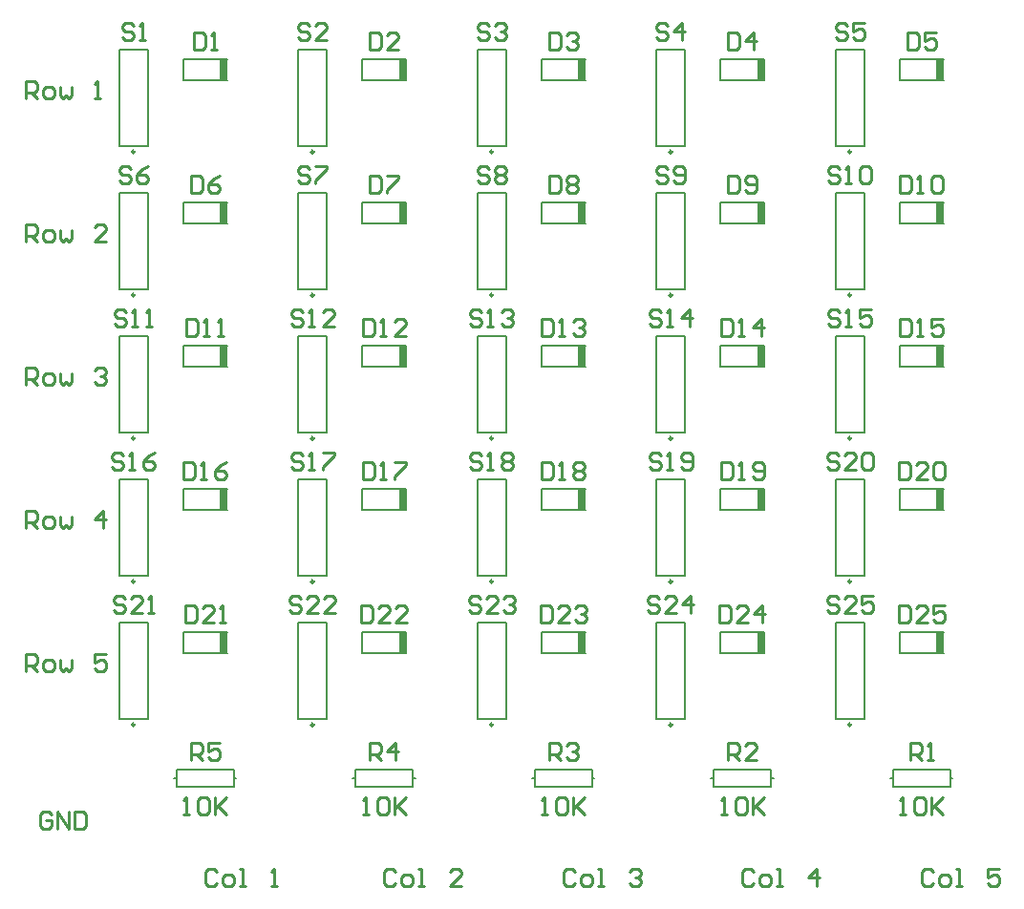
<source format=gto>
%FSLAX25Y25*%
%MOIN*%
G70*
G01*
G75*
G04 Layer_Color=65535*
%ADD10C,0.05000*%
%ADD11C,0.05512*%
%ADD12C,0.07284*%
%ADD13R,0.07284X0.07284*%
%ADD14C,0.05906*%
%ADD15R,0.05906X0.05906*%
%ADD16C,0.08000*%
%ADD17C,0.00984*%
%ADD18C,0.00787*%
%ADD19C,0.01000*%
%ADD20R,0.03150X0.07480*%
D17*
X312996Y443756D02*
G03*
X312996Y443756I-492J0D01*
G01*
X250496D02*
G03*
X250496Y443756I-492J0D01*
G01*
X500496D02*
G03*
X500496Y443756I-492J0D01*
G01*
X375496D02*
G03*
X375496Y443756I-492J0D01*
G01*
X437996D02*
G03*
X437996Y443756I-492J0D01*
G01*
Y643756D02*
G03*
X437996Y643756I-492J0D01*
G01*
X375496Y543756D02*
G03*
X375496Y543756I-492J0D01*
G01*
X312996Y643756D02*
G03*
X312996Y643756I-492J0D01*
G01*
Y543756D02*
G03*
X312996Y543756I-492J0D01*
G01*
X250496D02*
G03*
X250496Y543756I-492J0D01*
G01*
Y643756D02*
G03*
X250496Y643756I-492J0D01*
G01*
X437996Y593756D02*
G03*
X437996Y593756I-492J0D01*
G01*
X375496D02*
G03*
X375496Y593756I-492J0D01*
G01*
X437996Y543756D02*
G03*
X437996Y543756I-492J0D01*
G01*
X500496Y593756D02*
G03*
X500496Y593756I-492J0D01*
G01*
Y493756D02*
G03*
X500496Y493756I-492J0D01*
G01*
X312996Y593756D02*
G03*
X312996Y593756I-492J0D01*
G01*
X375496Y643756D02*
G03*
X375496Y643756I-492J0D01*
G01*
X250496Y593756D02*
G03*
X250496Y593756I-492J0D01*
G01*
X500496Y543756D02*
G03*
X500496Y543756I-492J0D01*
G01*
Y643756D02*
G03*
X500496Y643756I-492J0D01*
G01*
X437996Y493756D02*
G03*
X437996Y493756I-492J0D01*
G01*
X312996D02*
G03*
X312996Y493756I-492J0D01*
G01*
X375496D02*
G03*
X375496Y493756I-492J0D01*
G01*
X250496D02*
G03*
X250496Y493756I-492J0D01*
G01*
D18*
X285000Y425000D02*
X285900D01*
X264100D02*
X265000D01*
X285000Y422000D02*
Y425000D01*
X265000Y422000D02*
X285000D01*
X265000D02*
Y428000D01*
X285000D01*
Y425000D02*
Y428000D01*
X307500Y445650D02*
X317500D01*
Y479350D01*
X307500D02*
X317500D01*
X307500Y445650D02*
Y479350D01*
X472500Y425000D02*
X473400D01*
X451600D02*
X452500D01*
X472500Y422000D02*
Y425000D01*
X452500Y422000D02*
X472500D01*
X452500D02*
Y428000D01*
X472500D01*
Y425000D02*
Y428000D01*
X347500Y425000D02*
X348400D01*
X326600D02*
X327500D01*
X347500Y422000D02*
Y425000D01*
X327500Y422000D02*
X347500D01*
X327500D02*
Y428000D01*
X347500D01*
Y425000D02*
Y428000D01*
X245000Y445650D02*
X255000D01*
Y479350D01*
X245000D02*
X255000D01*
X245000Y445650D02*
Y479350D01*
X495000Y445650D02*
X505000D01*
Y479350D01*
X495000D02*
X505000D01*
X495000Y445650D02*
Y479350D01*
X370000Y445650D02*
X380000D01*
Y479350D01*
X370000D02*
X380000D01*
X370000Y445650D02*
Y479350D01*
X410000Y425000D02*
X410900D01*
X389100D02*
X390000D01*
X410000Y422000D02*
Y425000D01*
X390000Y422000D02*
X410000D01*
X390000D02*
Y428000D01*
X410000D01*
Y425000D02*
Y428000D01*
X535000Y425000D02*
X535900D01*
X514100D02*
X515000D01*
X535000Y422000D02*
Y425000D01*
X515000Y422000D02*
X535000D01*
X515000D02*
Y428000D01*
X535000D01*
Y425000D02*
Y428000D01*
X432500Y445650D02*
X442500D01*
Y479350D01*
X432500D02*
X442500D01*
X432500Y445650D02*
Y479350D01*
X517323Y618760D02*
X532677D01*
X517323Y626240D02*
X532677D01*
X517323Y618760D02*
Y626240D01*
Y518760D02*
X532677D01*
X517323Y526240D02*
X532677D01*
X517323Y518760D02*
Y526240D01*
X392323Y668760D02*
X407677D01*
X392323Y676240D02*
X407677D01*
X392323Y668760D02*
Y676240D01*
Y618760D02*
X407677D01*
X392323Y626240D02*
X407677D01*
X392323Y618760D02*
Y626240D01*
X454823Y568760D02*
X470177D01*
X454823Y576240D02*
X470177D01*
X454823Y568760D02*
Y576240D01*
X517323Y668760D02*
X532677D01*
X517323Y676240D02*
X532677D01*
X517323Y668760D02*
Y676240D01*
X329823Y618760D02*
X345177D01*
X329823Y626240D02*
X345177D01*
X329823Y618760D02*
Y626240D01*
X392323Y568760D02*
X407677D01*
X392323Y576240D02*
X407677D01*
X392323Y568760D02*
Y576240D01*
X454823Y618760D02*
X470177D01*
X454823Y626240D02*
X470177D01*
X454823Y618760D02*
Y626240D01*
Y668760D02*
X470177D01*
X454823Y676240D02*
X470177D01*
X454823Y668760D02*
Y676240D01*
X432500Y645650D02*
X442500D01*
Y679350D01*
X432500D02*
X442500D01*
X432500Y645650D02*
Y679350D01*
X517323Y568760D02*
X532677D01*
X517323Y576240D02*
X532677D01*
X517323Y568760D02*
Y576240D01*
X370000Y545650D02*
X380000D01*
Y579350D01*
X370000D02*
X380000D01*
X370000Y545650D02*
Y579350D01*
X307500Y645650D02*
X317500D01*
Y679350D01*
X307500D02*
X317500D01*
X307500Y645650D02*
Y679350D01*
Y545650D02*
X317500D01*
Y579350D01*
X307500D02*
X317500D01*
X307500Y545650D02*
Y579350D01*
X245000Y545650D02*
X255000D01*
Y579350D01*
X245000D02*
X255000D01*
X245000Y545650D02*
Y579350D01*
X517323Y468760D02*
X532677D01*
X517323Y476240D02*
X532677D01*
X517323Y468760D02*
Y476240D01*
X454823Y518760D02*
X470177D01*
X454823Y526240D02*
X470177D01*
X454823Y518760D02*
Y526240D01*
X245000Y645650D02*
X255000D01*
Y679350D01*
X245000D02*
X255000D01*
X245000Y645650D02*
Y679350D01*
X454823Y468760D02*
X470177D01*
X454823Y476240D02*
X470177D01*
X454823Y468760D02*
Y476240D01*
X392323Y518760D02*
X407677D01*
X392323Y526240D02*
X407677D01*
X392323Y518760D02*
Y526240D01*
X267323Y568760D02*
X282677D01*
X267323Y576240D02*
X282677D01*
X267323Y568760D02*
Y576240D01*
Y668760D02*
X282677D01*
X267323Y676240D02*
X282677D01*
X267323Y668760D02*
Y676240D01*
X432500Y595650D02*
X442500D01*
Y629350D01*
X432500D02*
X442500D01*
X432500Y595650D02*
Y629350D01*
X370000Y595650D02*
X380000D01*
Y629350D01*
X370000D02*
X380000D01*
X370000Y595650D02*
Y629350D01*
X432500Y545650D02*
X442500D01*
Y579350D01*
X432500D02*
X442500D01*
X432500Y545650D02*
Y579350D01*
X495000Y595650D02*
X505000D01*
Y629350D01*
X495000D02*
X505000D01*
X495000Y595650D02*
Y629350D01*
X329823Y518760D02*
X345177D01*
X329823Y526240D02*
X345177D01*
X329823Y518760D02*
Y526240D01*
X495000Y495650D02*
X505000D01*
Y529350D01*
X495000D02*
X505000D01*
X495000Y495650D02*
Y529350D01*
X307500Y595650D02*
X317500D01*
Y629350D01*
X307500D02*
X317500D01*
X307500Y595650D02*
Y629350D01*
X267323Y468760D02*
X282677D01*
X267323Y476240D02*
X282677D01*
X267323Y468760D02*
Y476240D01*
X329823Y568760D02*
X345177D01*
X329823Y576240D02*
X345177D01*
X329823Y568760D02*
Y576240D01*
X392323Y468760D02*
X407677D01*
X392323Y476240D02*
X407677D01*
X392323Y468760D02*
Y476240D01*
X370000Y645650D02*
X380000D01*
Y679350D01*
X370000D02*
X380000D01*
X370000Y645650D02*
Y679350D01*
X245000Y595650D02*
X255000D01*
Y629350D01*
X245000D02*
X255000D01*
X245000Y595650D02*
Y629350D01*
X329823Y668760D02*
X345177D01*
X329823Y676240D02*
X345177D01*
X329823Y668760D02*
Y676240D01*
X267323Y518760D02*
X282677D01*
X267323Y526240D02*
X282677D01*
X267323Y518760D02*
Y526240D01*
X495000Y545650D02*
X505000D01*
Y579350D01*
X495000D02*
X505000D01*
X495000Y545650D02*
Y579350D01*
X329823Y468760D02*
X345177D01*
X329823Y476240D02*
X345177D01*
X329823Y468760D02*
Y476240D01*
X495000Y645650D02*
X505000D01*
Y679350D01*
X495000D02*
X505000D01*
X495000Y645650D02*
Y679350D01*
X267323Y618760D02*
X282677D01*
X267323Y626240D02*
X282677D01*
X267323Y618760D02*
Y626240D01*
X432500Y495650D02*
X442500D01*
Y529350D01*
X432500D02*
X442500D01*
X432500Y495650D02*
Y529350D01*
X307500Y495650D02*
X317500D01*
Y529350D01*
X307500D02*
X317500D01*
X307500Y495650D02*
Y529350D01*
X370000Y495650D02*
X380000D01*
Y529350D01*
X370000D02*
X380000D01*
X370000Y495650D02*
Y529350D01*
X245000Y495650D02*
X255000D01*
Y529350D01*
X245000D02*
X255000D01*
X245000Y495650D02*
Y529350D01*
D19*
X271000Y685598D02*
Y679600D01*
X273999D01*
X274999Y680600D01*
Y684598D01*
X273999Y685598D01*
X271000D01*
X276998Y679600D02*
X278997D01*
X277998D01*
Y685598D01*
X276998Y684598D01*
X332500Y685598D02*
Y679600D01*
X335499D01*
X336499Y680600D01*
Y684598D01*
X335499Y685598D01*
X332500D01*
X342497Y679600D02*
X338498D01*
X342497Y683599D01*
Y684598D01*
X341497Y685598D01*
X339498D01*
X338498Y684598D01*
X395000Y685598D02*
Y679600D01*
X397999D01*
X398999Y680600D01*
Y684598D01*
X397999Y685598D01*
X395000D01*
X400998Y684598D02*
X401998Y685598D01*
X403997D01*
X404997Y684598D01*
Y683599D01*
X403997Y682599D01*
X402997D01*
X403997D01*
X404997Y681599D01*
Y680600D01*
X403997Y679600D01*
X401998D01*
X400998Y680600D01*
X457500Y685598D02*
Y679600D01*
X460499D01*
X461499Y680600D01*
Y684598D01*
X460499Y685598D01*
X457500D01*
X466497Y679600D02*
Y685598D01*
X463498Y682599D01*
X467497D01*
X520000Y685598D02*
Y679600D01*
X522999D01*
X523999Y680600D01*
Y684598D01*
X522999Y685598D01*
X520000D01*
X529997D02*
X525998D01*
Y682599D01*
X527997Y683599D01*
X528997D01*
X529997Y682599D01*
Y680600D01*
X528997Y679600D01*
X526998D01*
X525998Y680600D01*
X270000Y635598D02*
Y629600D01*
X272999D01*
X273999Y630600D01*
Y634598D01*
X272999Y635598D01*
X270000D01*
X279997D02*
X277997Y634598D01*
X275998Y632599D01*
Y630600D01*
X276998Y629600D01*
X278997D01*
X279997Y630600D01*
Y631599D01*
X278997Y632599D01*
X275998D01*
X332500Y635598D02*
Y629600D01*
X335499D01*
X336499Y630600D01*
Y634598D01*
X335499Y635598D01*
X332500D01*
X338498D02*
X342497D01*
Y634598D01*
X338498Y630600D01*
Y629600D01*
X395000Y635598D02*
Y629600D01*
X397999D01*
X398999Y630600D01*
Y634598D01*
X397999Y635598D01*
X395000D01*
X400998Y634598D02*
X401998Y635598D01*
X403997D01*
X404997Y634598D01*
Y633599D01*
X403997Y632599D01*
X404997Y631599D01*
Y630600D01*
X403997Y629600D01*
X401998D01*
X400998Y630600D01*
Y631599D01*
X401998Y632599D01*
X400998Y633599D01*
Y634598D01*
X401998Y632599D02*
X403997D01*
X457500Y635598D02*
Y629600D01*
X460499D01*
X461499Y630600D01*
Y634598D01*
X460499Y635598D01*
X457500D01*
X463498Y630600D02*
X464498Y629600D01*
X466497D01*
X467497Y630600D01*
Y634598D01*
X466497Y635598D01*
X464498D01*
X463498Y634598D01*
Y633599D01*
X464498Y632599D01*
X467497D01*
X517500Y635598D02*
Y629600D01*
X520499D01*
X521499Y630600D01*
Y634598D01*
X520499Y635598D01*
X517500D01*
X523498Y629600D02*
X525497D01*
X524498D01*
Y635598D01*
X523498Y634598D01*
X528496D02*
X529496Y635598D01*
X531496D01*
X532495Y634598D01*
Y630600D01*
X531496Y629600D01*
X529496D01*
X528496Y630600D01*
Y634598D01*
X268500Y585598D02*
Y579600D01*
X271499D01*
X272499Y580600D01*
Y584598D01*
X271499Y585598D01*
X268500D01*
X274498Y579600D02*
X276497D01*
X275498D01*
Y585598D01*
X274498Y584598D01*
X279496Y579600D02*
X281496D01*
X280496D01*
Y585598D01*
X279496Y584598D01*
X330000Y585598D02*
Y579600D01*
X332999D01*
X333999Y580600D01*
Y584598D01*
X332999Y585598D01*
X330000D01*
X335998Y579600D02*
X337997D01*
X336998D01*
Y585598D01*
X335998Y584598D01*
X344995Y579600D02*
X340996D01*
X344995Y583599D01*
Y584598D01*
X343995Y585598D01*
X341996D01*
X340996Y584598D01*
X392500Y585598D02*
Y579600D01*
X395499D01*
X396499Y580600D01*
Y584598D01*
X395499Y585598D01*
X392500D01*
X398498Y579600D02*
X400497D01*
X399498D01*
Y585598D01*
X398498Y584598D01*
X403496D02*
X404496Y585598D01*
X406496D01*
X407495Y584598D01*
Y583599D01*
X406496Y582599D01*
X405496D01*
X406496D01*
X407495Y581599D01*
Y580600D01*
X406496Y579600D01*
X404496D01*
X403496Y580600D01*
X455000Y585598D02*
Y579600D01*
X457999D01*
X458999Y580600D01*
Y584598D01*
X457999Y585598D01*
X455000D01*
X460998Y579600D02*
X462997D01*
X461998D01*
Y585598D01*
X460998Y584598D01*
X468996Y579600D02*
Y585598D01*
X465996Y582599D01*
X469995D01*
X517500Y585598D02*
Y579600D01*
X520499D01*
X521499Y580600D01*
Y584598D01*
X520499Y585598D01*
X517500D01*
X523498Y579600D02*
X525497D01*
X524498D01*
Y585598D01*
X523498Y584598D01*
X532495Y585598D02*
X528496D01*
Y582599D01*
X530496Y583599D01*
X531496D01*
X532495Y582599D01*
Y580600D01*
X531496Y579600D01*
X529496D01*
X528496Y580600D01*
X267500Y535598D02*
Y529600D01*
X270499D01*
X271499Y530600D01*
Y534598D01*
X270499Y535598D01*
X267500D01*
X273498Y529600D02*
X275497D01*
X274498D01*
Y535598D01*
X273498Y534598D01*
X282495Y535598D02*
X280496Y534598D01*
X278496Y532599D01*
Y530600D01*
X279496Y529600D01*
X281495D01*
X282495Y530600D01*
Y531599D01*
X281495Y532599D01*
X278496D01*
X330000Y535598D02*
Y529600D01*
X332999D01*
X333999Y530600D01*
Y534598D01*
X332999Y535598D01*
X330000D01*
X335998Y529600D02*
X337997D01*
X336998D01*
Y535598D01*
X335998Y534598D01*
X340996Y535598D02*
X344995D01*
Y534598D01*
X340996Y530600D01*
Y529600D01*
X392500Y535598D02*
Y529600D01*
X395499D01*
X396499Y530600D01*
Y534598D01*
X395499Y535598D01*
X392500D01*
X398498Y529600D02*
X400497D01*
X399498D01*
Y535598D01*
X398498Y534598D01*
X403496D02*
X404496Y535598D01*
X406496D01*
X407495Y534598D01*
Y533599D01*
X406496Y532599D01*
X407495Y531599D01*
Y530600D01*
X406496Y529600D01*
X404496D01*
X403496Y530600D01*
Y531599D01*
X404496Y532599D01*
X403496Y533599D01*
Y534598D01*
X404496Y532599D02*
X406496D01*
X455000Y535598D02*
Y529600D01*
X457999D01*
X458999Y530600D01*
Y534598D01*
X457999Y535598D01*
X455000D01*
X460998Y529600D02*
X462997D01*
X461998D01*
Y535598D01*
X460998Y534598D01*
X465996Y530600D02*
X466996Y529600D01*
X468996D01*
X469995Y530600D01*
Y534598D01*
X468996Y535598D01*
X466996D01*
X465996Y534598D01*
Y533599D01*
X466996Y532599D01*
X469995D01*
X517000Y535598D02*
Y529600D01*
X519999D01*
X520999Y530600D01*
Y534598D01*
X519999Y535598D01*
X517000D01*
X526997Y529600D02*
X522998D01*
X526997Y533599D01*
Y534598D01*
X525997Y535598D01*
X523998D01*
X522998Y534598D01*
X528996D02*
X529996Y535598D01*
X531995D01*
X532995Y534598D01*
Y530600D01*
X531995Y529600D01*
X529996D01*
X528996Y530600D01*
Y534598D01*
X268000Y485598D02*
Y479600D01*
X270999D01*
X271999Y480600D01*
Y484598D01*
X270999Y485598D01*
X268000D01*
X277997Y479600D02*
X273998D01*
X277997Y483599D01*
Y484598D01*
X276997Y485598D01*
X274998D01*
X273998Y484598D01*
X279996Y479600D02*
X281996D01*
X280996D01*
Y485598D01*
X279996Y484598D01*
X329500Y485598D02*
Y479600D01*
X332499D01*
X333499Y480600D01*
Y484598D01*
X332499Y485598D01*
X329500D01*
X339497Y479600D02*
X335498D01*
X339497Y483599D01*
Y484598D01*
X338497Y485598D01*
X336498D01*
X335498Y484598D01*
X345495Y479600D02*
X341496D01*
X345495Y483599D01*
Y484598D01*
X344495Y485598D01*
X342496D01*
X341496Y484598D01*
X392000Y485598D02*
Y479600D01*
X394999D01*
X395999Y480600D01*
Y484598D01*
X394999Y485598D01*
X392000D01*
X401997Y479600D02*
X397998D01*
X401997Y483599D01*
Y484598D01*
X400997Y485598D01*
X398998D01*
X397998Y484598D01*
X403996D02*
X404996Y485598D01*
X406995D01*
X407995Y484598D01*
Y483599D01*
X406995Y482599D01*
X405996D01*
X406995D01*
X407995Y481599D01*
Y480600D01*
X406995Y479600D01*
X404996D01*
X403996Y480600D01*
X454500Y485598D02*
Y479600D01*
X457499D01*
X458499Y480600D01*
Y484598D01*
X457499Y485598D01*
X454500D01*
X464497Y479600D02*
X460498D01*
X464497Y483599D01*
Y484598D01*
X463497Y485598D01*
X461498D01*
X460498Y484598D01*
X469495Y479600D02*
Y485598D01*
X466496Y482599D01*
X470495D01*
X517000Y485598D02*
Y479600D01*
X519999D01*
X520999Y480600D01*
Y484598D01*
X519999Y485598D01*
X517000D01*
X526997Y479600D02*
X522998D01*
X526997Y483599D01*
Y484598D01*
X525997Y485598D01*
X523998D01*
X522998Y484598D01*
X532995Y485598D02*
X528996D01*
Y482599D01*
X530996Y483599D01*
X531995D01*
X532995Y482599D01*
Y480600D01*
X531995Y479600D01*
X529996D01*
X528996Y480600D01*
X521000Y431400D02*
Y437398D01*
X523999D01*
X524999Y436398D01*
Y434399D01*
X523999Y433399D01*
X521000D01*
X522999D02*
X524999Y431400D01*
X526998D02*
X528997D01*
X527998D01*
Y437398D01*
X526998Y436398D01*
X457500Y431400D02*
Y437398D01*
X460499D01*
X461499Y436398D01*
Y434399D01*
X460499Y433399D01*
X457500D01*
X459499D02*
X461499Y431400D01*
X467497D02*
X463498D01*
X467497Y435399D01*
Y436398D01*
X466497Y437398D01*
X464498D01*
X463498Y436398D01*
X395000Y431400D02*
Y437398D01*
X397999D01*
X398999Y436398D01*
Y434399D01*
X397999Y433399D01*
X395000D01*
X396999D02*
X398999Y431400D01*
X400998Y436398D02*
X401998Y437398D01*
X403997D01*
X404997Y436398D01*
Y435399D01*
X403997Y434399D01*
X402997D01*
X403997D01*
X404997Y433399D01*
Y432400D01*
X403997Y431400D01*
X401998D01*
X400998Y432400D01*
X332500Y431400D02*
Y437398D01*
X335499D01*
X336499Y436398D01*
Y434399D01*
X335499Y433399D01*
X332500D01*
X334499D02*
X336499Y431400D01*
X341497D02*
Y437398D01*
X338498Y434399D01*
X342497D01*
X270000Y431400D02*
Y437398D01*
X272999D01*
X273999Y436398D01*
Y434399D01*
X272999Y433399D01*
X270000D01*
X271999D02*
X273999Y431400D01*
X279997Y437398D02*
X275998D01*
Y434399D01*
X277997Y435399D01*
X278997D01*
X279997Y434399D01*
Y432400D01*
X278997Y431400D01*
X276998D01*
X275998Y432400D01*
X249999Y687698D02*
X248999Y688698D01*
X247000D01*
X246000Y687698D01*
Y686699D01*
X247000Y685699D01*
X248999D01*
X249999Y684699D01*
Y683700D01*
X248999Y682700D01*
X247000D01*
X246000Y683700D01*
X251998Y682700D02*
X253997D01*
X252998D01*
Y688698D01*
X251998Y687698D01*
X311499D02*
X310499Y688698D01*
X308500D01*
X307500Y687698D01*
Y686699D01*
X308500Y685699D01*
X310499D01*
X311499Y684699D01*
Y683700D01*
X310499Y682700D01*
X308500D01*
X307500Y683700D01*
X317497Y682700D02*
X313498D01*
X317497Y686699D01*
Y687698D01*
X316497Y688698D01*
X314498D01*
X313498Y687698D01*
X373999D02*
X372999Y688698D01*
X371000D01*
X370000Y687698D01*
Y686699D01*
X371000Y685699D01*
X372999D01*
X373999Y684699D01*
Y683700D01*
X372999Y682700D01*
X371000D01*
X370000Y683700D01*
X375998Y687698D02*
X376998Y688698D01*
X378997D01*
X379997Y687698D01*
Y686699D01*
X378997Y685699D01*
X377997D01*
X378997D01*
X379997Y684699D01*
Y683700D01*
X378997Y682700D01*
X376998D01*
X375998Y683700D01*
X436499Y687698D02*
X435499Y688698D01*
X433500D01*
X432500Y687698D01*
Y686699D01*
X433500Y685699D01*
X435499D01*
X436499Y684699D01*
Y683700D01*
X435499Y682700D01*
X433500D01*
X432500Y683700D01*
X441497Y682700D02*
Y688698D01*
X438498Y685699D01*
X442497D01*
X498999Y687698D02*
X497999Y688698D01*
X496000D01*
X495000Y687698D01*
Y686699D01*
X496000Y685699D01*
X497999D01*
X498999Y684699D01*
Y683700D01*
X497999Y682700D01*
X496000D01*
X495000Y683700D01*
X504997Y688698D02*
X500998D01*
Y685699D01*
X502997Y686699D01*
X503997D01*
X504997Y685699D01*
Y683700D01*
X503997Y682700D01*
X501998D01*
X500998Y683700D01*
X248999Y637698D02*
X247999Y638698D01*
X246000D01*
X245000Y637698D01*
Y636699D01*
X246000Y635699D01*
X247999D01*
X248999Y634699D01*
Y633700D01*
X247999Y632700D01*
X246000D01*
X245000Y633700D01*
X254997Y638698D02*
X252997Y637698D01*
X250998Y635699D01*
Y633700D01*
X251998Y632700D01*
X253997D01*
X254997Y633700D01*
Y634699D01*
X253997Y635699D01*
X250998D01*
X311499Y637698D02*
X310499Y638698D01*
X308500D01*
X307500Y637698D01*
Y636699D01*
X308500Y635699D01*
X310499D01*
X311499Y634699D01*
Y633700D01*
X310499Y632700D01*
X308500D01*
X307500Y633700D01*
X313498Y638698D02*
X317497D01*
Y637698D01*
X313498Y633700D01*
Y632700D01*
X373999Y637698D02*
X372999Y638698D01*
X371000D01*
X370000Y637698D01*
Y636699D01*
X371000Y635699D01*
X372999D01*
X373999Y634699D01*
Y633700D01*
X372999Y632700D01*
X371000D01*
X370000Y633700D01*
X375998Y637698D02*
X376998Y638698D01*
X378997D01*
X379997Y637698D01*
Y636699D01*
X378997Y635699D01*
X379997Y634699D01*
Y633700D01*
X378997Y632700D01*
X376998D01*
X375998Y633700D01*
Y634699D01*
X376998Y635699D01*
X375998Y636699D01*
Y637698D01*
X376998Y635699D02*
X378997D01*
X436499Y637698D02*
X435499Y638698D01*
X433500D01*
X432500Y637698D01*
Y636699D01*
X433500Y635699D01*
X435499D01*
X436499Y634699D01*
Y633700D01*
X435499Y632700D01*
X433500D01*
X432500Y633700D01*
X438498D02*
X439498Y632700D01*
X441497D01*
X442497Y633700D01*
Y637698D01*
X441497Y638698D01*
X439498D01*
X438498Y637698D01*
Y636699D01*
X439498Y635699D01*
X442497D01*
X496499Y637698D02*
X495499Y638698D01*
X493500D01*
X492500Y637698D01*
Y636699D01*
X493500Y635699D01*
X495499D01*
X496499Y634699D01*
Y633700D01*
X495499Y632700D01*
X493500D01*
X492500Y633700D01*
X498498Y632700D02*
X500497D01*
X499498D01*
Y638698D01*
X498498Y637698D01*
X503496D02*
X504496Y638698D01*
X506496D01*
X507495Y637698D01*
Y633700D01*
X506496Y632700D01*
X504496D01*
X503496Y633700D01*
Y637698D01*
X247499Y587698D02*
X246499Y588698D01*
X244500D01*
X243500Y587698D01*
Y586699D01*
X244500Y585699D01*
X246499D01*
X247499Y584699D01*
Y583700D01*
X246499Y582700D01*
X244500D01*
X243500Y583700D01*
X249498Y582700D02*
X251497D01*
X250498D01*
Y588698D01*
X249498Y587698D01*
X254496Y582700D02*
X256496D01*
X255496D01*
Y588698D01*
X254496Y587698D01*
X308999D02*
X307999Y588698D01*
X306000D01*
X305000Y587698D01*
Y586699D01*
X306000Y585699D01*
X307999D01*
X308999Y584699D01*
Y583700D01*
X307999Y582700D01*
X306000D01*
X305000Y583700D01*
X310998Y582700D02*
X312997D01*
X311998D01*
Y588698D01*
X310998Y587698D01*
X319995Y582700D02*
X315996D01*
X319995Y586699D01*
Y587698D01*
X318995Y588698D01*
X316996D01*
X315996Y587698D01*
X371499D02*
X370499Y588698D01*
X368500D01*
X367500Y587698D01*
Y586699D01*
X368500Y585699D01*
X370499D01*
X371499Y584699D01*
Y583700D01*
X370499Y582700D01*
X368500D01*
X367500Y583700D01*
X373498Y582700D02*
X375497D01*
X374498D01*
Y588698D01*
X373498Y587698D01*
X378496D02*
X379496Y588698D01*
X381495D01*
X382495Y587698D01*
Y586699D01*
X381495Y585699D01*
X380496D01*
X381495D01*
X382495Y584699D01*
Y583700D01*
X381495Y582700D01*
X379496D01*
X378496Y583700D01*
X433999Y587698D02*
X432999Y588698D01*
X431000D01*
X430000Y587698D01*
Y586699D01*
X431000Y585699D01*
X432999D01*
X433999Y584699D01*
Y583700D01*
X432999Y582700D01*
X431000D01*
X430000Y583700D01*
X435998Y582700D02*
X437997D01*
X436998D01*
Y588698D01*
X435998Y587698D01*
X443996Y582700D02*
Y588698D01*
X440996Y585699D01*
X444995D01*
X496499Y587698D02*
X495499Y588698D01*
X493500D01*
X492500Y587698D01*
Y586699D01*
X493500Y585699D01*
X495499D01*
X496499Y584699D01*
Y583700D01*
X495499Y582700D01*
X493500D01*
X492500Y583700D01*
X498498Y582700D02*
X500497D01*
X499498D01*
Y588698D01*
X498498Y587698D01*
X507495Y588698D02*
X503496D01*
Y585699D01*
X505496Y586699D01*
X506496D01*
X507495Y585699D01*
Y583700D01*
X506496Y582700D01*
X504496D01*
X503496Y583700D01*
X246499Y537698D02*
X245499Y538698D01*
X243500D01*
X242500Y537698D01*
Y536699D01*
X243500Y535699D01*
X245499D01*
X246499Y534699D01*
Y533700D01*
X245499Y532700D01*
X243500D01*
X242500Y533700D01*
X248498Y532700D02*
X250497D01*
X249498D01*
Y538698D01*
X248498Y537698D01*
X257495Y538698D02*
X255496Y537698D01*
X253496Y535699D01*
Y533700D01*
X254496Y532700D01*
X256495D01*
X257495Y533700D01*
Y534699D01*
X256495Y535699D01*
X253496D01*
X308999Y537698D02*
X307999Y538698D01*
X306000D01*
X305000Y537698D01*
Y536699D01*
X306000Y535699D01*
X307999D01*
X308999Y534699D01*
Y533700D01*
X307999Y532700D01*
X306000D01*
X305000Y533700D01*
X310998Y532700D02*
X312997D01*
X311998D01*
Y538698D01*
X310998Y537698D01*
X315996Y538698D02*
X319995D01*
Y537698D01*
X315996Y533700D01*
Y532700D01*
X371499Y537698D02*
X370499Y538698D01*
X368500D01*
X367500Y537698D01*
Y536699D01*
X368500Y535699D01*
X370499D01*
X371499Y534699D01*
Y533700D01*
X370499Y532700D01*
X368500D01*
X367500Y533700D01*
X373498Y532700D02*
X375497D01*
X374498D01*
Y538698D01*
X373498Y537698D01*
X378496D02*
X379496Y538698D01*
X381495D01*
X382495Y537698D01*
Y536699D01*
X381495Y535699D01*
X382495Y534699D01*
Y533700D01*
X381495Y532700D01*
X379496D01*
X378496Y533700D01*
Y534699D01*
X379496Y535699D01*
X378496Y536699D01*
Y537698D01*
X379496Y535699D02*
X381495D01*
X433999Y537698D02*
X432999Y538698D01*
X431000D01*
X430000Y537698D01*
Y536699D01*
X431000Y535699D01*
X432999D01*
X433999Y534699D01*
Y533700D01*
X432999Y532700D01*
X431000D01*
X430000Y533700D01*
X435998Y532700D02*
X437997D01*
X436998D01*
Y538698D01*
X435998Y537698D01*
X440996Y533700D02*
X441996Y532700D01*
X443996D01*
X444995Y533700D01*
Y537698D01*
X443996Y538698D01*
X441996D01*
X440996Y537698D01*
Y536699D01*
X441996Y535699D01*
X444995D01*
X495999Y537698D02*
X494999Y538698D01*
X493000D01*
X492000Y537698D01*
Y536699D01*
X493000Y535699D01*
X494999D01*
X495999Y534699D01*
Y533700D01*
X494999Y532700D01*
X493000D01*
X492000Y533700D01*
X501997Y532700D02*
X497998D01*
X501997Y536699D01*
Y537698D01*
X500997Y538698D01*
X498998D01*
X497998Y537698D01*
X503996D02*
X504996Y538698D01*
X506995D01*
X507995Y537698D01*
Y533700D01*
X506995Y532700D01*
X504996D01*
X503996Y533700D01*
Y537698D01*
X246999Y487698D02*
X245999Y488698D01*
X244000D01*
X243000Y487698D01*
Y486699D01*
X244000Y485699D01*
X245999D01*
X246999Y484699D01*
Y483700D01*
X245999Y482700D01*
X244000D01*
X243000Y483700D01*
X252997Y482700D02*
X248998D01*
X252997Y486699D01*
Y487698D01*
X251997Y488698D01*
X249998D01*
X248998Y487698D01*
X254996Y482700D02*
X256996D01*
X255996D01*
Y488698D01*
X254996Y487698D01*
X308499D02*
X307499Y488698D01*
X305500D01*
X304500Y487698D01*
Y486699D01*
X305500Y485699D01*
X307499D01*
X308499Y484699D01*
Y483700D01*
X307499Y482700D01*
X305500D01*
X304500Y483700D01*
X314497Y482700D02*
X310498D01*
X314497Y486699D01*
Y487698D01*
X313497Y488698D01*
X311498D01*
X310498Y487698D01*
X320495Y482700D02*
X316496D01*
X320495Y486699D01*
Y487698D01*
X319495Y488698D01*
X317496D01*
X316496Y487698D01*
X370999D02*
X369999Y488698D01*
X368000D01*
X367000Y487698D01*
Y486699D01*
X368000Y485699D01*
X369999D01*
X370999Y484699D01*
Y483700D01*
X369999Y482700D01*
X368000D01*
X367000Y483700D01*
X376997Y482700D02*
X372998D01*
X376997Y486699D01*
Y487698D01*
X375997Y488698D01*
X373998D01*
X372998Y487698D01*
X378996D02*
X379996Y488698D01*
X381995D01*
X382995Y487698D01*
Y486699D01*
X381995Y485699D01*
X380995D01*
X381995D01*
X382995Y484699D01*
Y483700D01*
X381995Y482700D01*
X379996D01*
X378996Y483700D01*
X433499Y487698D02*
X432499Y488698D01*
X430500D01*
X429500Y487698D01*
Y486699D01*
X430500Y485699D01*
X432499D01*
X433499Y484699D01*
Y483700D01*
X432499Y482700D01*
X430500D01*
X429500Y483700D01*
X439497Y482700D02*
X435498D01*
X439497Y486699D01*
Y487698D01*
X438497Y488698D01*
X436498D01*
X435498Y487698D01*
X444495Y482700D02*
Y488698D01*
X441496Y485699D01*
X445495D01*
X495999Y487698D02*
X494999Y488698D01*
X493000D01*
X492000Y487698D01*
Y486699D01*
X493000Y485699D01*
X494999D01*
X495999Y484699D01*
Y483700D01*
X494999Y482700D01*
X493000D01*
X492000Y483700D01*
X501997Y482700D02*
X497998D01*
X501997Y486699D01*
Y487698D01*
X500997Y488698D01*
X498998D01*
X497998Y487698D01*
X507995Y488698D02*
X503996D01*
Y485699D01*
X505996Y486699D01*
X506995D01*
X507995Y485699D01*
Y483700D01*
X506995Y482700D01*
X504996D01*
X503996Y483700D01*
X267500Y412500D02*
X269499D01*
X268500D01*
Y418498D01*
X267500Y417498D01*
X272498D02*
X273498Y418498D01*
X275497D01*
X276497Y417498D01*
Y413500D01*
X275497Y412500D01*
X273498D01*
X272498Y413500D01*
Y417498D01*
X278496Y418498D02*
Y412500D01*
Y414499D01*
X282495Y418498D01*
X279496Y415499D01*
X282495Y412500D01*
X330000D02*
X331999D01*
X331000D01*
Y418498D01*
X330000Y417498D01*
X334998D02*
X335998Y418498D01*
X337997D01*
X338997Y417498D01*
Y413500D01*
X337997Y412500D01*
X335998D01*
X334998Y413500D01*
Y417498D01*
X340996Y418498D02*
Y412500D01*
Y414499D01*
X344995Y418498D01*
X341996Y415499D01*
X344995Y412500D01*
X392500D02*
X394499D01*
X393500D01*
Y418498D01*
X392500Y417498D01*
X397498D02*
X398498Y418498D01*
X400497D01*
X401497Y417498D01*
Y413500D01*
X400497Y412500D01*
X398498D01*
X397498Y413500D01*
Y417498D01*
X403496Y418498D02*
Y412500D01*
Y414499D01*
X407495Y418498D01*
X404496Y415499D01*
X407495Y412500D01*
X455000D02*
X456999D01*
X456000D01*
Y418498D01*
X455000Y417498D01*
X459998D02*
X460998Y418498D01*
X462997D01*
X463997Y417498D01*
Y413500D01*
X462997Y412500D01*
X460998D01*
X459998Y413500D01*
Y417498D01*
X465996Y418498D02*
Y412500D01*
Y414499D01*
X469995Y418498D01*
X466996Y415499D01*
X469995Y412500D01*
X517500D02*
X519499D01*
X518500D01*
Y418498D01*
X517500Y417498D01*
X522498D02*
X523498Y418498D01*
X525497D01*
X526497Y417498D01*
Y413500D01*
X525497Y412500D01*
X523498D01*
X522498Y413500D01*
Y417498D01*
X528496Y418498D02*
Y412500D01*
Y414499D01*
X532495Y418498D01*
X529496Y415499D01*
X532495Y412500D01*
X212500Y662500D02*
Y668498D01*
X215499D01*
X216499Y667498D01*
Y665499D01*
X215499Y664499D01*
X212500D01*
X214499D02*
X216499Y662500D01*
X219498D02*
X221497D01*
X222497Y663500D01*
Y665499D01*
X221497Y666499D01*
X219498D01*
X218498Y665499D01*
Y663500D01*
X219498Y662500D01*
X224496Y666499D02*
Y663500D01*
X225496Y662500D01*
X226496Y663500D01*
X227495Y662500D01*
X228495Y663500D01*
Y666499D01*
X236492Y662500D02*
X238492D01*
X237492D01*
Y668498D01*
X236492Y667498D01*
X212500Y612500D02*
Y618498D01*
X215499D01*
X216499Y617498D01*
Y615499D01*
X215499Y614499D01*
X212500D01*
X214499D02*
X216499Y612500D01*
X219498D02*
X221497D01*
X222497Y613500D01*
Y615499D01*
X221497Y616499D01*
X219498D01*
X218498Y615499D01*
Y613500D01*
X219498Y612500D01*
X224496Y616499D02*
Y613500D01*
X225496Y612500D01*
X226496Y613500D01*
X227495Y612500D01*
X228495Y613500D01*
Y616499D01*
X240491Y612500D02*
X236492D01*
X240491Y616499D01*
Y617498D01*
X239491Y618498D01*
X237492D01*
X236492Y617498D01*
X212500Y562500D02*
Y568498D01*
X215499D01*
X216499Y567498D01*
Y565499D01*
X215499Y564499D01*
X212500D01*
X214499D02*
X216499Y562500D01*
X219498D02*
X221497D01*
X222497Y563500D01*
Y565499D01*
X221497Y566499D01*
X219498D01*
X218498Y565499D01*
Y563500D01*
X219498Y562500D01*
X224496Y566499D02*
Y563500D01*
X225496Y562500D01*
X226496Y563500D01*
X227495Y562500D01*
X228495Y563500D01*
Y566499D01*
X236492Y567498D02*
X237492Y568498D01*
X239491D01*
X240491Y567498D01*
Y566499D01*
X239491Y565499D01*
X238492D01*
X239491D01*
X240491Y564499D01*
Y563500D01*
X239491Y562500D01*
X237492D01*
X236492Y563500D01*
X212500Y512500D02*
Y518498D01*
X215499D01*
X216499Y517498D01*
Y515499D01*
X215499Y514499D01*
X212500D01*
X214499D02*
X216499Y512500D01*
X219498D02*
X221497D01*
X222497Y513500D01*
Y515499D01*
X221497Y516499D01*
X219498D01*
X218498Y515499D01*
Y513500D01*
X219498Y512500D01*
X224496Y516499D02*
Y513500D01*
X225496Y512500D01*
X226496Y513500D01*
X227495Y512500D01*
X228495Y513500D01*
Y516499D01*
X239491Y512500D02*
Y518498D01*
X236492Y515499D01*
X240491D01*
X212500Y462500D02*
Y468498D01*
X215499D01*
X216499Y467498D01*
Y465499D01*
X215499Y464499D01*
X212500D01*
X214499D02*
X216499Y462500D01*
X219498D02*
X221497D01*
X222497Y463500D01*
Y465499D01*
X221497Y466499D01*
X219498D01*
X218498Y465499D01*
Y463500D01*
X219498Y462500D01*
X224496Y466499D02*
Y463500D01*
X225496Y462500D01*
X226496Y463500D01*
X227495Y462500D01*
X228495Y463500D01*
Y466499D01*
X240491Y468498D02*
X236492D01*
Y465499D01*
X238492Y466499D01*
X239491D01*
X240491Y465499D01*
Y463500D01*
X239491Y462500D01*
X237492D01*
X236492Y463500D01*
X221499Y412498D02*
X220499Y413498D01*
X218500D01*
X217500Y412498D01*
Y408500D01*
X218500Y407500D01*
X220499D01*
X221499Y408500D01*
Y410499D01*
X219499D01*
X223498Y407500D02*
Y413498D01*
X227497Y407500D01*
Y413498D01*
X229496D02*
Y407500D01*
X232495D01*
X233495Y408500D01*
Y412498D01*
X232495Y413498D01*
X229496D01*
X278999Y392498D02*
X277999Y393498D01*
X276000D01*
X275000Y392498D01*
Y388500D01*
X276000Y387500D01*
X277999D01*
X278999Y388500D01*
X281998Y387500D02*
X283997D01*
X284997Y388500D01*
Y390499D01*
X283997Y391499D01*
X281998D01*
X280998Y390499D01*
Y388500D01*
X281998Y387500D01*
X286996D02*
X288996D01*
X287996D01*
Y393498D01*
X286996D01*
X297993Y387500D02*
X299992D01*
X298992D01*
Y393498D01*
X297993Y392498D01*
X341499D02*
X340499Y393498D01*
X338500D01*
X337500Y392498D01*
Y388500D01*
X338500Y387500D01*
X340499D01*
X341499Y388500D01*
X344498Y387500D02*
X346497D01*
X347497Y388500D01*
Y390499D01*
X346497Y391499D01*
X344498D01*
X343498Y390499D01*
Y388500D01*
X344498Y387500D01*
X349496D02*
X351496D01*
X350496D01*
Y393498D01*
X349496D01*
X364491Y387500D02*
X360493D01*
X364491Y391499D01*
Y392498D01*
X363492Y393498D01*
X361492D01*
X360493Y392498D01*
X403999D02*
X402999Y393498D01*
X401000D01*
X400000Y392498D01*
Y388500D01*
X401000Y387500D01*
X402999D01*
X403999Y388500D01*
X406998Y387500D02*
X408997D01*
X409997Y388500D01*
Y390499D01*
X408997Y391499D01*
X406998D01*
X405998Y390499D01*
Y388500D01*
X406998Y387500D01*
X411996D02*
X413996D01*
X412996D01*
Y393498D01*
X411996D01*
X422993Y392498D02*
X423992Y393498D01*
X425992D01*
X426991Y392498D01*
Y391499D01*
X425992Y390499D01*
X424992D01*
X425992D01*
X426991Y389499D01*
Y388500D01*
X425992Y387500D01*
X423992D01*
X422993Y388500D01*
X466499Y392498D02*
X465499Y393498D01*
X463500D01*
X462500Y392498D01*
Y388500D01*
X463500Y387500D01*
X465499D01*
X466499Y388500D01*
X469498Y387500D02*
X471497D01*
X472497Y388500D01*
Y390499D01*
X471497Y391499D01*
X469498D01*
X468498Y390499D01*
Y388500D01*
X469498Y387500D01*
X474496D02*
X476496D01*
X475496D01*
Y393498D01*
X474496D01*
X488492Y387500D02*
Y393498D01*
X485493Y390499D01*
X489491D01*
X528999Y392498D02*
X527999Y393498D01*
X526000D01*
X525000Y392498D01*
Y388500D01*
X526000Y387500D01*
X527999D01*
X528999Y388500D01*
X531998Y387500D02*
X533997D01*
X534997Y388500D01*
Y390499D01*
X533997Y391499D01*
X531998D01*
X530998Y390499D01*
Y388500D01*
X531998Y387500D01*
X536996D02*
X538996D01*
X537996D01*
Y393498D01*
X536996D01*
X551991D02*
X547993D01*
Y390499D01*
X549992Y391499D01*
X550992D01*
X551991Y390499D01*
Y388500D01*
X550992Y387500D01*
X548992D01*
X547993Y388500D01*
D20*
X531496Y622500D02*
D03*
Y522500D02*
D03*
X406496Y672500D02*
D03*
Y622500D02*
D03*
X468996Y572500D02*
D03*
X531496Y672500D02*
D03*
X343996Y622500D02*
D03*
X406496Y572500D02*
D03*
X468996Y622500D02*
D03*
Y672500D02*
D03*
X531496Y572500D02*
D03*
Y472500D02*
D03*
X468996Y522500D02*
D03*
Y472500D02*
D03*
X406496Y522500D02*
D03*
X281496Y572500D02*
D03*
Y672500D02*
D03*
X343996Y522500D02*
D03*
X281496Y472500D02*
D03*
X343996Y572500D02*
D03*
X406496Y472500D02*
D03*
X343996Y672500D02*
D03*
X281496Y522500D02*
D03*
X343996Y472500D02*
D03*
X281496Y622500D02*
D03*
M02*

</source>
